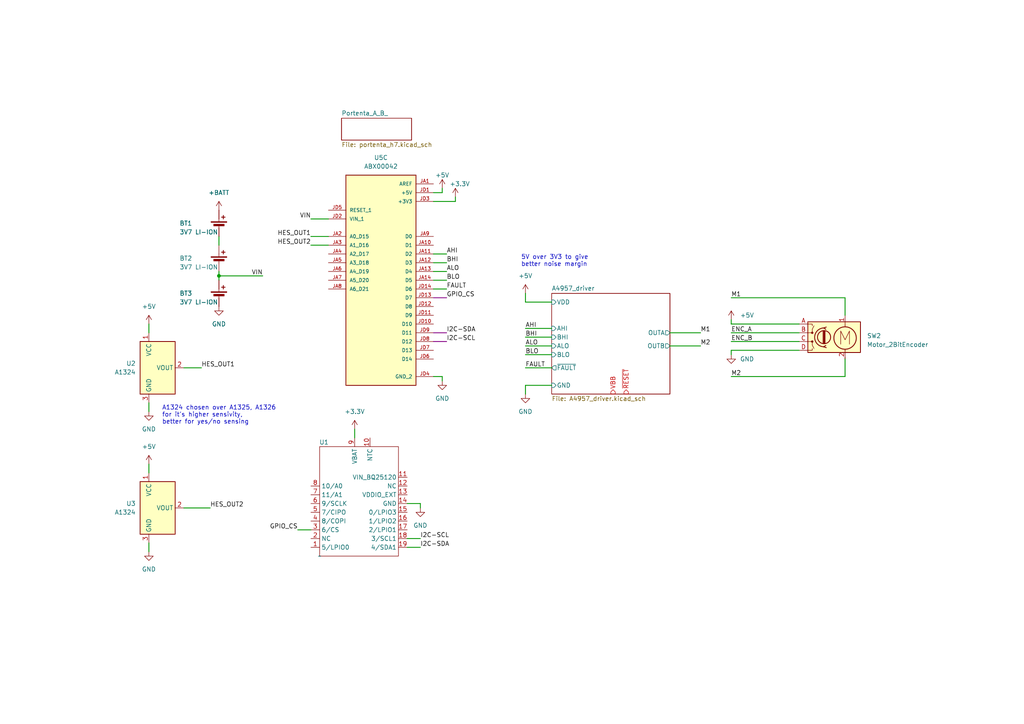
<source format=kicad_sch>
(kicad_sch (version 20230121) (generator eeschema)
  (paper "A4")
  (lib_symbols
    (symbol "DMATS_capstone:ABX00042" (pin_names (offset 1.016))
      (property "Reference" "U" (at -20.32 52.07 0))
      (property "Value" "ABX00042" (at -20.32 -53.34 0))
      (symbol "ABX00042_1_0"
        (rectangle (start -20.32 50.8) (end 20.32 -50.8) (stroke (width 0.254)) (fill (type background)))
        (pin input line (at -25.4 38.1 0) (length 5.08) (name "ETH_A+") (number "J1_1"))
        (pin bidirectional line (at 25.4 38.1 180) (length 5.08) (name "DSI_D1+") (number "J1_10"))
        (pin no_connect line (at 25.4 -43.18 180) (length 5.08) (name "NC") (number "J1_11"))
        (pin bidirectional line (at 25.4 35.56 180) (length 5.08) (name "DSI_D1-") (number "J1_12"))
        (pin no_connect line (at 25.4 -43.18 180) (length 5.08) (name "NC") (number "J1_13"))
        (pin bidirectional line (at 25.4 33.02 180) (length 5.08) (name "DSI_D0+") (number "J1_14"))
        (pin no_connect line (at 25.4 -43.18 180) (length 5.08) (name "NC") (number "J1_15"))
        (pin bidirectional line (at 25.4 30.48 180) (length 5.08) (name "DSI_D0-") (number "J1_16"))
        (pin output line (at -25.4 27.94 0) (length 5.08) (name "ETH_L1") (number "J1_17"))
        (pin bidirectional line (at 25.4 27.94 180) (length 5.08) (name "DSI_CK+") (number "J1_18"))
        (pin output line (at -25.4 25.4 0) (length 5.08) (name "ETH_L2") (number "J1_19"))
        (pin no_connect line (at 25.4 -43.18 180) (length 5.08) (name "NC") (number "J1_2"))
        (pin bidirectional line (at 25.4 25.4 180) (length 5.08) (name "DSI_CK-") (number "J1_20"))
        (pin input line (at -25.4 43.18 0) (length 5.08) (name "VIN") (number "J1_21"))
        (pin power_in line (at 25.4 -48.26 180) (length 5.08) (name "GND") (number "J1_22"))
        (pin power_in line (at -25.4 20.32 0) (length 5.08) (name "USB1_VBUS") (number "J1_23"))
        (pin no_connect line (at 25.4 -43.18 180) (length 5.08) (name "NC") (number "J1_24"))
        (pin bidirectional line (at -25.4 17.78 0) (length 5.08) (name "USB1_D+") (number "J1_25"))
        (pin bidirectional line (at 25.4 20.32 180) (length 5.08) (name "USB0_D+") (number "J1_26"))
        (pin bidirectional line (at -25.4 15.24 0) (length 5.08) (name "USB1_D-") (number "J1_27"))
        (pin bidirectional line (at 25.4 17.78 180) (length 5.08) (name "USB0_D-") (number "J1_28"))
        (pin bidirectional line (at -25.4 12.7 0) (length 5.08) (name "USB1_ID") (number "J1_29"))
        (pin input line (at -25.4 35.56 0) (length 5.08) (name "ETH_A-") (number "J1_3"))
        (pin no_connect line (at 25.4 -43.18 180) (length 5.08) (name "NC") (number "J1_30"))
        (pin power_in line (at 25.4 -48.26 180) (length 5.08) (name "GND") (number "J1_31"))
        (pin input line (at -25.4 43.18 0) (length 5.08) (name "VIN") (number "J1_32"))
        (pin output line (at -25.4 7.62 0) (length 5.08) (name "UART1_TX") (number "J1_33"))
        (pin output line (at 25.4 7.62 180) (length 5.08) (name "UART0_TX") (number "J1_34"))
        (pin input line (at -25.4 5.08 0) (length 5.08) (name "UART1_RX") (number "J1_35"))
        (pin input line (at 25.4 5.08 180) (length 5.08) (name "UART0_RX") (number "J1_36"))
        (pin bidirectional line (at -25.4 2.54 0) (length 5.08) (name "UART1_RTS") (number "J1_37"))
        (pin bidirectional line (at 25.4 2.54 180) (length 5.08) (name "UART0_RTS") (number "J1_38"))
        (pin bidirectional line (at -25.4 0 0) (length 5.08) (name "UART1_CTS") (number "J1_39"))
        (pin no_connect line (at 25.4 -43.18 180) (length 5.08) (name "NC") (number "J1_4"))
        (pin bidirectional line (at 25.4 0 180) (length 5.08) (name "UART0_CTS") (number "J1_40"))
        (pin input line (at -25.4 43.18 0) (length 5.08) (name "VIN") (number "J1_41"))
        (pin power_in line (at 25.4 -48.26 180) (length 5.08) (name "GND") (number "J1_42"))
        (pin bidirectional line (at -25.4 -5.08 0) (length 5.08) (name "I2C1_SDA") (number "J1_43"))
        (pin bidirectional line (at 25.4 -5.08 180) (length 5.08) (name "I2C0_SDA") (number "J1_44"))
        (pin input line (at -25.4 -7.62 0) (length 5.08) (name "I2C1_SCL") (number "J1_45"))
        (pin input line (at 25.4 -7.62 180) (length 5.08) (name "I2C0_SCL") (number "J1_46"))
        (pin power_in line (at 25.4 -48.26 180) (length 5.08) (name "GND") (number "J1_47"))
        (pin input line (at -25.4 43.18 0) (length 5.08) (name "VIN") (number "J1_48"))
        (pin output line (at -25.4 -12.7 0) (length 5.08) (name "CAN1_TX") (number "J1_49"))
        (pin input line (at -25.4 33.02 0) (length 5.08) (name "ETH_B+") (number "J1_5"))
        (pin no_connect line (at 25.4 -43.18 180) (length 5.08) (name "NC") (number "J1_50"))
        (pin input line (at -25.4 -15.24 0) (length 5.08) (name "CAN1_RX") (number "J1_51"))
        (pin no_connect line (at 25.4 -43.18 180) (length 5.08) (name "NC") (number "J1_52"))
        (pin power_in line (at 25.4 45.72 180) (length 5.08) (name "VSYS") (number "J1_53"))
        (pin power_in line (at 25.4 -48.26 180) (length 5.08) (name "GND") (number "J1_54"))
        (pin input line (at -25.4 -20.32 0) (length 5.08) (name "SDC_CLK") (number "J1_55"))
        (pin bidirectional line (at 25.4 -20.32 180) (length 5.08) (name "I2S_MCK") (number "J1_56"))
        (pin input line (at -25.4 -22.86 0) (length 5.08) (name "SDC_CMD") (number "J1_57"))
        (pin bidirectional line (at 25.4 -22.86 180) (length 5.08) (name "I2S_WS") (number "J1_58"))
        (pin bidirectional line (at -25.4 -25.4 0) (length 5.08) (name "SDC_D0") (number "J1_59"))
        (pin no_connect line (at 25.4 -43.18 180) (length 5.08) (name "NC") (number "J1_6"))
        (pin input line (at 25.4 -25.4 180) (length 5.08) (name "I2S_DI") (number "J1_60"))
        (pin bidirectional line (at -25.4 -27.94 0) (length 5.08) (name "SDC_D1") (number "J1_61"))
        (pin output line (at 25.4 -27.94 180) (length 5.08) (name "I2S_DO") (number "J1_62"))
        (pin bidirectional line (at -25.4 -30.48 0) (length 5.08) (name "SDC_D2") (number "J1_63"))
        (pin power_in line (at 25.4 45.72 180) (length 5.08) (name "VSYS") (number "J1_64"))
        (pin bidirectional line (at -25.4 -33.02 0) (length 5.08) (name "SDC_D3") (number "J1_65"))
        (pin bidirectional line (at 25.4 -33.02 180) (length 5.08) (name "DMIC_CK") (number "J1_66"))
        (pin no_connect line (at 25.4 -43.18 180) (length 5.08) (name "NC") (number "J1_67"))
        (pin bidirectional line (at 25.4 -35.56 180) (length 5.08) (name "DMIC_D0") (number "J1_68"))
        (pin no_connect line (at 25.4 -43.18 180) (length 5.08) (name "NC") (number "J1_69"))
        (pin input line (at -25.4 30.48 0) (length 5.08) (name "ETH_B-") (number "J1_7"))
        (pin no_connect line (at 25.4 -43.18 180) (length 5.08) (name "NC") (number "J1_70"))
        (pin no_connect line (at 25.4 -43.18 180) (length 5.08) (name "NC") (number "J1_71"))
        (pin power_in line (at 25.4 48.26 180) (length 5.08) (name "V-SDCARD") (number "J1_72"))
        (pin input line (at -25.4 -38.1 0) (length 5.08) (name "~{RESET}") (number "J1_73"))
        (pin no_connect line (at 25.4 -43.18 180) (length 5.08) (name "NC") (number "J1_74"))
        (pin bidirectional line (at -25.4 -40.64 0) (length 5.08) (name "SWDIO") (number "J1_75"))
        (pin no_connect line (at 25.4 -43.18 180) (length 5.08) (name "NC") (number "J1_76"))
        (pin input line (at -25.4 -43.18 0) (length 5.08) (name "SWCK") (number "J1_77"))
        (pin no_connect line (at 25.4 -43.18 180) (length 5.08) (name "NC") (number "J1_78"))
        (pin output line (at -25.4 -45.72 0) (length 5.08) (name "SWO") (number "J1_79"))
        (pin no_connect line (at 25.4 -43.18 180) (length 5.08) (name "NC") (number "J1_8"))
        (pin no_connect line (at 25.4 -43.18 180) (length 5.08) (name "NC") (number "J1_80"))
        (pin no_connect line (at 25.4 -43.18 180) (length 5.08) (name "NC") (number "J1_9"))
      )
      (symbol "ABX00042_2_0"
        (rectangle (start -20.32 -48.26) (end 20.32 48.26) (stroke (width 0.254)) (fill (type background)))
        (pin input line (at -25.4 38.1 0) (length 5.08) (name "FORCE_BOOTLOADER") (number "J2_1"))
        (pin bidirectional line (at 25.4 27.94 180) (length 5.08) (name "CAM_D3") (number "J2_10"))
        (pin no_connect line (at 25.4 -40.64 180) (length 5.08) (name "NC_1") (number "J2_11"))
        (pin bidirectional line (at 25.4 25.4 180) (length 5.08) (name "CAM_D2") (number "J2_12"))
        (pin no_connect line (at 25.4 -40.64 180) (length 5.08) (name "NC_1") (number "J2_13"))
        (pin bidirectional line (at 25.4 22.86 180) (length 5.08) (name "CAM_D1") (number "J2_14"))
        (pin no_connect line (at 25.4 -40.64 180) (length 5.08) (name "NC_1") (number "J2_15"))
        (pin bidirectional line (at 25.4 20.32 180) (length 5.08) (name "CAM_D0") (number "J2_16"))
        (pin no_connect line (at 25.4 -40.64 180) (length 5.08) (name "NC_1") (number "J2_17"))
        (pin bidirectional line (at 25.4 17.78 180) (length 5.08) (name "CAM_VS") (number "J2_18"))
        (pin no_connect line (at 25.4 -40.64 180) (length 5.08) (name "NC_1") (number "J2_19"))
        (pin bidirectional line (at 25.4 38.1 180) (length 5.08) (name "CAM_D7") (number "J2_2"))
        (pin bidirectional line (at 25.4 15.24 180) (length 5.08) (name "CAM_CLK") (number "J2_20"))
        (pin no_connect line (at 25.4 -40.64 180) (length 5.08) (name "NC_1") (number "J2_21"))
        (pin bidirectional line (at 25.4 12.7 180) (length 5.08) (name "CAM_HS") (number "J2_22"))
        (pin power_in line (at 25.4 43.18 180) (length 5.08) (name "VCC/+3V3") (number "J2_23"))
        (pin power_in line (at 25.4 -45.72 180) (length 5.08) (name "GND_1") (number "J2_24"))
        (pin output line (at -25.4 25.4 0) (length 5.08) (name "UART3_TX") (number "J2_25"))
        (pin output line (at 25.4 7.62 180) (length 5.08) (name "UART2_TX") (number "J2_26"))
        (pin input line (at -25.4 22.86 0) (length 5.08) (name "UART3_RX") (number "J2_27"))
        (pin input line (at 25.4 5.08 180) (length 5.08) (name "UART2_RX") (number "J2_28"))
        (pin no_connect line (at 25.4 -40.64 180) (length 5.08) (name "NC_1") (number "J2_29"))
        (pin input line (at -25.4 35.56 0) (length 5.08) (name "BOOT_SOURCE") (number "J2_3"))
        (pin no_connect line (at 25.4 -40.64 180) (length 5.08) (name "NC_1") (number "J2_30"))
        (pin no_connect line (at 25.4 -40.64 180) (length 5.08) (name "NC_1") (number "J2_31"))
        (pin no_connect line (at 25.4 -40.64 180) (length 5.08) (name "NC_1") (number "J2_32"))
        (pin power_in line (at 25.4 -45.72 180) (length 5.08) (name "GND_1") (number "J2_33"))
        (pin power_in line (at 25.4 45.72 180) (length 5.08) (name "VCC") (number "J2_34"))
        (pin no_connect line (at 25.4 -40.64 180) (length 5.08) (name "NC_1") (number "J2_35"))
        (pin input line (at 25.4 0 180) (length 5.08) (name "SPI1_CS") (number "J2_36"))
        (pin no_connect line (at 25.4 -40.64 180) (length 5.08) (name "NC_1") (number "J2_37"))
        (pin input line (at 25.4 -2.54 180) (length 5.08) (name "SPI1_CK") (number "J2_38"))
        (pin no_connect line (at 25.4 -40.64 180) (length 5.08) (name "NC_1") (number "J2_39"))
        (pin bidirectional line (at 25.4 35.56 180) (length 5.08) (name "CAM_D6") (number "J2_4"))
        (pin output line (at 25.4 -5.08 180) (length 5.08) (name "SPI1_MISO") (number "J2_40"))
        (pin no_connect line (at 25.4 -40.64 180) (length 5.08) (name "NC_1") (number "J2_41"))
        (pin input line (at 25.4 -7.62 180) (length 5.08) (name "SPI1_MOSI") (number "J2_42"))
        (pin power_in line (at 25.4 43.18 180) (length 5.08) (name "VCC/+3V3") (number "J2_43"))
        (pin power_in line (at 25.4 -45.72 180) (length 5.08) (name "GND_1") (number "J2_44"))
        (pin bidirectional line (at -25.4 17.78 0) (length 5.08) (name "I2C2_SDA") (number "J2_45"))
        (pin bidirectional line (at -25.4 -27.94 0) (length 5.08) (name "GPIO_0") (number "J2_46"))
        (pin input line (at -25.4 15.24 0) (length 5.08) (name "I2C2_SCL") (number "J2_47"))
        (pin bidirectional line (at -25.4 -30.48 0) (length 5.08) (name "GPIO_1") (number "J2_48"))
        (pin input line (at -25.4 10.16 0) (length 5.08) (name "SAI_CK") (number "J2_49"))
        (pin input line (at -25.4 33.02 0) (length 5.08) (name "POWER_ON_REQ") (number "J2_5"))
        (pin bidirectional line (at -25.4 -33.02 0) (length 5.08) (name "GPIO_2") (number "J2_50"))
        (pin bidirectional line (at -25.4 7.62 0) (length 5.08) (name "SAI_FS") (number "J2_51"))
        (pin bidirectional line (at -25.4 -35.56 0) (length 5.08) (name "GPIO_3") (number "J2_52"))
        (pin bidirectional line (at -25.4 5.08 0) (length 5.08) (name "SAI_D0") (number "J2_53"))
        (pin bidirectional line (at -25.4 -38.1 0) (length 5.08) (name "GPIO_4") (number "J2_54"))
        (pin no_connect line (at 25.4 -40.64 180) (length 5.08) (name "NC_1") (number "J2_55"))
        (pin bidirectional line (at -25.4 -40.64 0) (length 5.08) (name "GPIO_5") (number "J2_56"))
        (pin power_in line (at 25.4 -45.72 180) (length 5.08) (name "GND_1") (number "J2_57"))
        (pin bidirectional line (at -25.4 -43.18 0) (length 5.08) (name "GPIO_6") (number "J2_58"))
        (pin bidirectional line (at 25.4 -12.7 180) (length 5.08) (name "PWM_1") (number "J2_59"))
        (pin bidirectional line (at 25.4 33.02 180) (length 5.08) (name "CAM_D5") (number "J2_6"))
        (pin bidirectional line (at 25.4 -25.4 180) (length 5.08) (name "PWM_6") (number "J2_60"))
        (pin bidirectional line (at 25.4 -15.24 180) (length 5.08) (name "PWM_2") (number "J2_61"))
        (pin bidirectional line (at 25.4 -27.94 180) (length 5.08) (name "PWM_7") (number "J2_62"))
        (pin bidirectional line (at 25.4 -17.78 180) (length 5.08) (name "PWM_3") (number "J2_63"))
        (pin bidirectional line (at 25.4 -30.48 180) (length 5.08) (name "PWM_8") (number "J2_64"))
        (pin bidirectional line (at 25.4 -20.32 180) (length 5.08) (name "PWM_4") (number "J2_65"))
        (pin bidirectional line (at 25.4 -33.02 180) (length 5.08) (name "PWM_9") (number "J2_66"))
        (pin bidirectional line (at 25.4 -22.86 180) (length 5.08) (name "PWM_5") (number "J2_67"))
        (pin bidirectional line (at 25.4 -35.56 180) (length 5.08) (name "PWM_10") (number "J2_68"))
        (pin power_in line (at 25.4 43.18 180) (length 5.08) (name "VCC/+3V3") (number "J2_69"))
        (pin input line (at -25.4 30.48 0) (length 5.08) (name "COINCELL") (number "J2_7"))
        (pin power_in line (at 25.4 -45.72 180) (length 5.08) (name "GND_1") (number "J2_70"))
        (pin input line (at -25.4 0 0) (length 5.08) (name "ADC_VREF+") (number "J2_71"))
        (pin input line (at -25.4 -2.54 0) (length 5.08) (name "ADC_VREF-") (number "J2_72"))
        (pin input line (at -25.4 -5.08 0) (length 5.08) (name "ADC_A0") (number "J2_73"))
        (pin input line (at -25.4 -15.24 0) (length 5.08) (name "ADC_A4") (number "J2_74"))
        (pin input line (at -25.4 -7.62 0) (length 5.08) (name "ADC_A1") (number "J2_75"))
        (pin input line (at -25.4 -17.78 0) (length 5.08) (name "ADC_A5") (number "J2_76"))
        (pin input line (at -25.4 -10.16 0) (length 5.08) (name "ADC_A2") (number "J2_77"))
        (pin input line (at -25.4 -20.32 0) (length 5.08) (name "ADC_A6") (number "J2_78"))
        (pin input line (at -25.4 -12.7 0) (length 5.08) (name "ADC_A3") (number "J2_79"))
        (pin bidirectional line (at 25.4 30.48 180) (length 5.08) (name "CAM_D4") (number "J2_8"))
        (pin input line (at -25.4 -22.86 0) (length 5.08) (name "ADC_A7") (number "J2_80"))
        (pin no_connect line (at 25.4 -40.64 180) (length 5.08) (name "NC_1") (number "J2_9"))
      )
      (symbol "ABX00042_3_0"
        (rectangle (start -10.16 -30.48) (end 10.16 30.48) (stroke (width 0.254)) (fill (type background)))
        (pin power_in line (at 15.24 27.94 180) (length 5.08) (name "AREF") (number "JA1"))
        (pin bidirectional line (at 15.24 10.16 180) (length 5.08) (name "D1") (number "JA10"))
        (pin bidirectional line (at 15.24 7.62 180) (length 5.08) (name "D2") (number "JA11"))
        (pin bidirectional line (at 15.24 5.08 180) (length 5.08) (name "D3") (number "JA12"))
        (pin bidirectional line (at 15.24 2.54 180) (length 5.08) (name "D4") (number "JA13"))
        (pin bidirectional line (at 15.24 0 180) (length 5.08) (name "D5") (number "JA14"))
        (pin bidirectional line (at -15.24 12.7 0) (length 5.08) (name "A0_D15") (number "JA2"))
        (pin bidirectional line (at -15.24 10.16 0) (length 5.08) (name "A1_D16") (number "JA3"))
        (pin bidirectional line (at -15.24 7.62 0) (length 5.08) (name "A2_D17") (number "JA4"))
        (pin bidirectional line (at -15.24 5.08 0) (length 5.08) (name "A3_D18") (number "JA5"))
        (pin bidirectional line (at -15.24 2.54 0) (length 5.08) (name "A4_D19") (number "JA6"))
        (pin bidirectional line (at -15.24 0 0) (length 5.08) (name "A5_D20") (number "JA7"))
        (pin bidirectional line (at -15.24 -2.54 0) (length 5.08) (name "A6_D21") (number "JA8"))
        (pin bidirectional line (at 15.24 12.7 180) (length 5.08) (name "D0") (number "JA9"))
        (pin power_in line (at 15.24 25.4 180) (length 5.08) (name "+5V") (number "JD1"))
        (pin bidirectional line (at 15.24 -12.7 180) (length 5.08) (name "D10") (number "JD10"))
        (pin bidirectional line (at 15.24 -10.16 180) (length 5.08) (name "D9") (number "JD11"))
        (pin bidirectional line (at 15.24 -7.62 180) (length 5.08) (name "D8") (number "JD12"))
        (pin bidirectional line (at 15.24 -5.08 180) (length 5.08) (name "D7") (number "JD13"))
        (pin bidirectional line (at 15.24 -2.54 180) (length 5.08) (name "D6") (number "JD14"))
        (pin input line (at -15.24 17.78 0) (length 5.08) (name "VIN_1") (number "JD2"))
        (pin power_in line (at 15.24 22.86 180) (length 5.08) (name "+3V3") (number "JD3"))
        (pin power_in line (at 15.24 -27.94 180) (length 5.08) (name "GND_2") (number "JD4"))
        (pin input line (at -15.24 20.32 0) (length 5.08) (name "RESET_1") (number "JD5"))
        (pin bidirectional line (at 15.24 -22.86 180) (length 5.08) (name "D14") (number "JD6"))
        (pin bidirectional line (at 15.24 -20.32 180) (length 5.08) (name "D13") (number "JD7"))
        (pin bidirectional line (at 15.24 -17.78 180) (length 5.08) (name "D12") (number "JD8"))
        (pin bidirectional line (at 15.24 -15.24 180) (length 5.08) (name "D11") (number "JD9"))
      )
    )
    (symbol "DMATS_capstone:Motor_2BitEncoder" (pin_names (offset 0.254) hide)
      (property "Reference" "SW1" (at -5.08 6.35 0))
      (property "Value" "Motor_2BitEncoder" (at -14.605 -6.985 0))
      (symbol "Motor_2BitEncoder_0_0"
        (polyline (pts (xy 4.445 -2.032) (xy 4.445 1.778) (xy 5.715 -0.762) (xy 6.985 1.778) (xy 6.985 -2.032)))
      )
      (symbol "Motor_2BitEncoder_0_1"
        (rectangle (start -5.08 4.445) (end 10.16 -4.445) (stroke (width 0.254)) (fill (type background)))
        (circle (center -3.81 -1.27) (radius 0.254) (fill (type outline)))
        (circle (center -3.81 1.27) (radius 0.254) (fill (type outline)))
        (circle (center -0.381 0) (radius 1.905) (stroke (width 0.254)))
        (arc (start -0.381 2.667) (mid -3.0988 -0.0635) (end -0.381 -2.794) (stroke (width 0.254)))
        (polyline (pts (xy -0.635 -1.778) (xy -0.635 1.778)) (stroke (width 0.254)))
        (polyline (pts (xy -0.381 -1.778) (xy -0.381 1.778)) (stroke (width 0.254)))
        (polyline (pts (xy -0.127 1.778) (xy -0.127 -1.778)) (stroke (width 0.254)))
        (polyline (pts (xy 5.715 -6.35) (xy 5.715 -5.842)))
        (polyline (pts (xy 5.715 -3.5052) (xy 5.715 -3.9116)))
        (polyline (pts (xy 5.715 2.9972) (xy 5.715 3.3528)))
        (polyline (pts (xy 5.715 3.302) (xy 5.715 3.81)))
        (polyline (pts (xy -5.08 -3.81) (xy -3.81 -3.81) (xy -3.81 -3.302)))
        (polyline (pts (xy -5.08 3.81) (xy -3.81 3.81) (xy -3.81 3.302)))
        (polyline (pts (xy 0.254 -3.048) (xy -0.508 -2.794) (xy 0.127 -2.413)) (stroke (width 0.254)))
        (polyline (pts (xy 0.254 2.921) (xy -0.508 2.667) (xy 0.127 2.286)) (stroke (width 0.254)))
        (polyline (pts (xy -5.08 -1.27) (xy -3.81 -1.27) (xy -3.81 -2.286) (xy -3.302 -3.302)))
        (polyline (pts (xy -5.08 1.27) (xy -3.81 1.27) (xy -3.81 2.286) (xy -3.302 3.302)))
        (circle (center 5.715 -0.254) (radius 3.2512) (stroke (width 0.254)))
      )
      (symbol "Motor_2BitEncoder_1_1"
        (pin passive line (at 5.715 6.35 270) (length 2.54) (name "+") (number "1"))
        (pin passive line (at 5.715 -6.35 90) (length 2.54) (name "-") (number "2"))
        (pin passive line (at -7.62 3.81 0) (length 2.54) (name "VCC") (number "A"))
        (pin passive line (at -7.62 1.27 0) (length 2.54) (name "C2") (number "B"))
        (pin passive line (at -7.62 -1.27 0) (length 2.54) (name "C1") (number "C"))
        (pin passive line (at -7.62 -3.81 0) (length 2.54) (name "GND") (number "D"))
      )
    )
    (symbol "DMATS_capstone:Nicla_Sense_ME"
      (property "Reference" "U" (at 1.27 32.385 0))
      (symbol "Nicla_Sense_ME_0_1"
        (rectangle (start 0 31.75) (end 22.86 0))
      )
      (symbol "Nicla_Sense_ME_1_1"
        (pin bidirectional line (at -2.54 2.54 0) (length 2.54) (name "5/LPIO0") (number "1"))
        (pin input line (at 14.605 34.29 270) (length 2.54) (name "NTC") (number "10"))
        (pin power_in line (at 25.4 22.86 180) (length 2.54) (name "VIN_BQ25120") (number "11"))
        (pin bidirectional line (at 25.4 20.32 180) (length 2.54) (name "NC") (number "12"))
        (pin power_out line (at 25.4 17.78 180) (length 2.54) (name "VDDIO_EXT") (number "13"))
        (pin passive line (at 25.4 15.24 180) (length 2.54) (name "GND") (number "14"))
        (pin bidirectional line (at 25.4 12.7 180) (length 2.54) (name "0/LPIO3") (number "15"))
        (pin bidirectional line (at 25.4 10.16 180) (length 2.54) (name "1/LPIO2") (number "16"))
        (pin bidirectional line (at 25.4 7.62 180) (length 2.54) (name "2/LPIO1") (number "17"))
        (pin bidirectional line (at 25.4 5.08 180) (length 2.54) (name "3/SCL1") (number "18"))
        (pin bidirectional line (at 25.4 2.54 180) (length 2.54) (name "4/SDA1") (number "19"))
        (pin bidirectional line (at -2.54 5.08 0) (length 2.54) (name "NC") (number "2"))
        (pin bidirectional line (at -2.54 7.62 0) (length 2.54) (name "6/CS") (number "3"))
        (pin bidirectional line (at -2.54 10.16 0) (length 2.54) (name "8/COPI") (number "4"))
        (pin bidirectional line (at -2.54 12.7 0) (length 2.54) (name "7/CIPO") (number "5"))
        (pin bidirectional line (at -2.54 15.24 0) (length 2.54) (name "9/SCLK") (number "6"))
        (pin bidirectional line (at -2.54 17.78 0) (length 2.54) (name "11/A1") (number "7"))
        (pin bidirectional line (at -2.54 20.32 0) (length 2.54) (name "10/A0") (number "8"))
        (pin power_in line (at 10.16 34.29 270) (length 2.54) (name "VBAT") (number "9"))
      )
    )
    (symbol "Device:Battery_Cell" (pin_numbers hide) (pin_names (offset 0) hide)
      (property "Reference" "BT" (at 2.54 2.54 0))
      (property "Value" "Battery_Cell" (at 2.54 0 0))
      (symbol "Battery_Cell_0_1"
        (rectangle (start -2.286 1.778) (end 2.286 1.524) (fill (type outline)))
        (rectangle (start -1.524 1.016) (end 1.524 0.508) (fill (type outline)))
        (polyline (pts (xy 0 0.762) (xy 0 0)))
        (polyline (pts (xy 0 1.778) (xy 0 2.54)))
        (polyline (pts (xy 0.762 3.048) (xy 1.778 3.048)) (stroke (width 0.254)))
        (polyline (pts (xy 1.27 3.556) (xy 1.27 2.54)) (stroke (width 0.254)))
      )
      (symbol "Battery_Cell_1_1"
        (pin passive line (at 0 5.08 270) (length 2.54) (name "+") (number "1"))
        (pin passive line (at 0 -2.54 90) (length 2.54) (name "-") (number "2"))
      )
    )
    (symbol "custom:A132x"
      (property "Reference" "U" (at 0 11.43 0))
      (property "Value" "A1324-5-6" (at 0 8.89 0))
      (symbol "A132x_0_1"
        (rectangle (start -5.08 7.62) (end 5.08 -7.62) (stroke (width 0.254)) (fill (type background)))
      )
      (symbol "A132x_1_1"
        (pin power_in line (at -2.54 10.16 270) (length 2.54) (name "VCC") (number "1"))
        (pin open_collector line (at 7.62 0 180) (length 2.54) (name "VOUT") (number "2"))
        (pin power_in line (at -2.54 -10.16 90) (length 2.54) (name "GND") (number "3"))
      )
    )
    (symbol "power:+3.3V" (power) (pin_names (offset 0))
      (property "Value" "+3.3V" (at 0 3.556 0))
      (symbol "+3.3V_0_1"
        (polyline (pts (xy -0.762 1.27) (xy 0 2.54)))
        (polyline (pts (xy 0 0) (xy 0 2.54)))
        (polyline (pts (xy 0 2.54) (xy 0.762 1.27)))
      )
      (symbol "+3.3V_1_1"
        (pin power_in line (at 0 0 90) (length 0) hide (name "+3.3V") (number "1"))
      )
    )
    (symbol "power:+5V" (power) (pin_names (offset 0))
      (property "Value" "+5V" (at 0 3.556 0))
      (symbol "+5V_0_1"
        (polyline (pts (xy -0.762 1.27) (xy 0 2.54)))
        (polyline (pts (xy 0 0) (xy 0 2.54)))
        (polyline (pts (xy 0 2.54) (xy 0.762 1.27)))
      )
      (symbol "+5V_1_1"
        (pin power_in line (at 0 0 90) (length 0) hide (name "+5V") (number "1"))
      )
    )
    (symbol "power:+BATT" (power) (pin_names (offset 0))
      (property "Value" "+BATT" (at 0 3.556 0))
      (symbol "+BATT_0_1"
        (polyline (pts (xy -0.762 1.27) (xy 0 2.54)))
        (polyline (pts (xy 0 0) (xy 0 2.54)))
        (polyline (pts (xy 0 2.54) (xy 0.762 1.27)))
      )
      (symbol "+BATT_1_1"
        (pin power_in line (at 0 0 90) (length 0) hide (name "+BATT") (number "1"))
      )
    )
    (symbol "power:GND" (power) (pin_names (offset 0))
      (property "Value" "GND" (at 0 -3.81 0))
      (symbol "GND_0_1"
        (polyline (pts (xy 0 0) (xy 0 -1.27) (xy 1.27 -1.27) (xy 0 -2.54) (xy -1.27 -1.27) (xy 0 -1.27)))
      )
      (symbol "GND_1_1"
        (pin power_in line (at 0 0 270) (length 0) hide (name "GND") (number "1"))
      )
    )
  )
  (junction (at 63.5 80.01))
  (wire (pts (xy 60.96 147.32) (xy 53.34 147.32)) (stroke (width 0.25)))
  (wire (pts (xy 121.92 156.21) (xy 118.11 156.21)) (stroke (width 0.25)))
  (wire (pts (xy 128.27 110.49) (xy 128.27 109.22)) (stroke (width 0.25)))
  (wire (pts (xy 152.4 85.09) (xy 152.4 87.63)) (stroke (width 0.25)))
  (wire (pts (xy 125.73 86.36) (xy 129.54 86.36)) (stroke (width 0.25) (color 132 0 132 1)))
  (wire (pts (xy 194.31 96.52) (xy 203.2 96.52)) (stroke (width 0.25)))
  (wire (pts (xy 125.73 58.42) (xy 132.08 58.42)) (stroke (width 0.25)))
  (wire (pts (xy 129.54 99.06) (xy 125.73 99.06)) (stroke (width 0.25) (color 132 0 132 1)))
  (wire (pts (xy 212.09 92.71) (xy 212.09 93.98)) (stroke (width 0.25)))
  (wire (pts (xy 90.17 63.5) (xy 95.25 63.5)) (stroke (width 0.25)))
  (wire (pts (xy 128.27 54.61) (xy 128.27 55.88)) (stroke (width 0.25)))
  (wire (pts (xy 212.09 96.52) (xy 231.775 96.52)) (stroke (width 0.25)))
  (wire (pts (xy 152.4 87.63) (xy 160.02 87.63)) (stroke (width 0.25)))
  (wire (pts (xy 63.5 78.74) (xy 63.5 80.01)) (stroke (width 0.25)))
  (wire (pts (xy 125.73 81.28) (xy 129.54 81.28)) (stroke (width 0.25)))
  (wire (pts (xy 43.18 134.62) (xy 43.18 137.16)) (stroke (width 0.25)))
  (wire (pts (xy 152.4 95.25) (xy 160.02 95.25)) (stroke (width 0.25)))
  (wire (pts (xy 212.09 102.87) (xy 212.09 101.6)) (stroke (width 0.25)))
  (wire (pts (xy 102.87 127) (xy 102.87 124.46)) (stroke (width 0.25)))
  (wire (pts (xy 152.4 106.68) (xy 160.02 106.68)) (stroke (width 0.25)))
  (wire (pts (xy 125.73 78.74) (xy 129.54 78.74)) (stroke (width 0.25)))
  (wire (pts (xy 63.5 80.01) (xy 63.5 81.28)) (stroke (width 0.25)))
  (wire (pts (xy 212.09 93.98) (xy 231.775 93.98)) (stroke (width 0.25)))
  (wire (pts (xy 128.27 109.22) (xy 125.73 109.22)) (stroke (width 0.25)))
  (wire (pts (xy 121.92 146.05) (xy 118.11 146.05)) (stroke (width 0.25)))
  (wire (pts (xy 121.92 158.75) (xy 118.11 158.75)) (stroke (width 0.25)))
  (wire (pts (xy 152.4 102.87) (xy 160.02 102.87)) (stroke (width 0.25)))
  (wire (pts (xy 245.11 86.36) (xy 245.11 91.44)) (stroke (width 0.25)))
  (wire (pts (xy 43.18 119.38) (xy 43.18 116.84)) (stroke (width 0.25)))
  (wire (pts (xy 212.09 101.6) (xy 231.775 101.6)) (stroke (width 0.25)))
  (wire (pts (xy 212.09 109.22) (xy 245.11 109.22)) (stroke (width 0.25)))
  (wire (pts (xy 125.73 83.82) (xy 129.54 83.82)) (stroke (width 0.25)))
  (wire (pts (xy 43.18 93.98) (xy 43.18 96.52)) (stroke (width 0.25)))
  (wire (pts (xy 212.09 99.06) (xy 231.775 99.06)) (stroke (width 0.25)))
  (wire (pts (xy 90.17 71.12) (xy 95.25 71.12)) (stroke (width 0.25)))
  (wire (pts (xy 128.27 55.88) (xy 125.73 55.88)) (stroke (width 0.25)))
  (wire (pts (xy 129.54 96.52) (xy 125.73 96.52)) (stroke (width 0.25) (color 132 0 132 1)))
  (wire (pts (xy 152.4 100.33) (xy 160.02 100.33)) (stroke (width 0.25)))
  (wire (pts (xy 86.36 153.67) (xy 90.17 153.67)) (stroke (width 0.25)))
  (wire (pts (xy 194.31 100.33) (xy 203.2 100.33)) (stroke (width 0.25)))
  (wire (pts (xy 58.42 106.68) (xy 53.34 106.68)) (stroke (width 0.25)))
  (wire (pts (xy 125.73 76.2) (xy 129.54 76.2)) (stroke (width 0.25)))
  (wire (pts (xy 152.4 114.3) (xy 152.4 111.76)) (stroke (width 0.25)))
  (wire (pts (xy 245.11 109.22) (xy 245.11 104.14)) (stroke (width 0.25)))
  (wire (pts (xy 63.5 68.58) (xy 63.5 71.12)) (stroke (width 0.25)))
  (wire (pts (xy 125.73 73.66) (xy 129.54 73.66)) (stroke (width 0.25)))
  (wire (pts (xy 121.92 147.32) (xy 121.92 146.05)) (stroke (width 0.25)))
  (wire (pts (xy 152.4 111.76) (xy 160.02 111.76)) (stroke (width 0.25)))
  (wire (pts (xy 152.4 97.79) (xy 160.02 97.79)) (stroke (width 0.25)))
  (wire (pts (xy 90.17 68.58) (xy 95.25 68.58)) (stroke (width 0.25)))
  (wire (pts (xy 212.09 86.36) (xy 245.11 86.36)) (stroke (width 0.25)))
  (wire (pts (xy 132.08 58.42) (xy 132.08 57.15)) (stroke (width 0.25)))
  (wire (pts (xy 43.18 160.02) (xy 43.18 157.48)) (stroke (width 0.25)))
  (wire (pts (xy 76.2 80.01) (xy 63.5 80.01)) (stroke (width 0.25)))
  (text "5V over 3V3 to give\nbetter noise margin\n" (at 151.13 77.47 0) (effects (font (size 1.27 1.27)) (justify left bottom)))
  (text "A1324 chosen over A1325, A1326\nfor it's higher sensivity, \nbetter for yes/no sensing" (at 46.99 123.19 0) (effects (font (size 1.27 1.27)) (justify left bottom)))
  (label "BHI" (at 129.54 76.2 0))
  (label "M2" (at 212.09 109.22 0))
  (label "HES_OUT1" (at 58.42 106.68 0))
  (label "I2C-SDA" (at 129.54 96.52 0))
  (label "I2C-SCL" (at 129.54 99.06 0))
  (label "GPIO_CS" (at 129.54 86.36 0))
  (label "VIN" (at 90.17 63.5 180))
  (label "FAULT" (at 129.54 83.82 0))
  (label "HES_OUT2" (at 60.96 147.32 0))
  (label "FAULT" (at 152.4 106.68 0))
  (label "ALO" (at 152.4 100.33 0))
  (label "BLO" (at 152.4 102.87 0))
  (label "HES_OUT1" (at 90.17 68.58 180))
  (label "HES_OUT2" (at 90.17 71.12 180))
  (label "GPIO_CS" (at 86.36 153.67 180))
  (label "BLO" (at 129.54 81.28 0))
  (label "M2" (at 203.2 100.33 0))
  (label "M1" (at 212.09 86.36 0))
  (label "ENC_B" (at 212.09 99.06 0))
  (label "I2C-SCL" (at 121.92 156.21 0))
  (label "AHI" (at 129.54 73.66 0))
  (label "ALO" (at 129.54 78.74 0))
  (label "VIN" (at 76.2 80.01 180))
  (label "M1" (at 203.2 96.52 0))
  (label "ENC_A" (at 212.09 96.52 0))
  (label "I2C-SDA" (at 121.92 158.75 0))
  (label "AHI" (at 152.4 95.25 0))
  (label "BHI" (at 152.4 97.79 0))
  (symbol (lib_id "power:+5V") (at 128.27 54.61 0) (unit 1)
    (property "Reference" "#PWR014" (effects hide))
    (property "Value" "+5V" (at 128.27 50.8 0))
  )
  (symbol (lib_id "power:+3.3V") (at 102.87 124.46 0) (unit 1)
    (property "Reference" "#PWR07" (effects hide))
    (property "Value" "+3.3V" (at 102.87 119.38 0))
  )
  (symbol (lib_id "custom:A132x") (at 45.72 147.32 0) (unit 1)
    (property "Reference" "U3" (at 39.37 146.05 0) (effects (justify right)))
    (property "Value" "A1324" (at 39.37 148.59 0) (effects (justify right)))
    (property "Footprint" "Package_TH_SIP:SIP-3" (effects hide))
    (property "Datasheet" "https://www.allegromicro.com/~/media/files/datasheets/a1324-5-6-datasheet.pdf" (effects hide))
  )
  (symbol (lib_id "power:GND") (at 43.18 160.02 0) (unit 1)
    (property "Reference" "#PWR012" (effects hide))
    (property "Value" "GND" (at 43.18 165.1 0))
  )
  (symbol (lib_id "custom:A132x") (at 45.72 106.68 0) (unit 1)
    (property "Reference" "U2" (at 39.37 105.41 0) (effects (justify right)))
    (property "Value" "A1324" (at 39.37 107.95 0) (effects (justify right)))
    (property "Footprint" "Package_TH_SIP:SIP-3" (effects hide))
    (property "Datasheet" "https://www.allegromicro.com/~/media/files/datasheets/a1324-5-6-datasheet.pdf" (effects hide))
  )
  (symbol (lib_id "power:GND") (at 63.5 88.9 0) (unit 1)
    (property "Reference" "#PWR010" (effects hide))
    (property "Value" "GND" (at 63.5 93.98 0))
  )
  (symbol (lib_id "power:+5V") (at 152.4 85.09 0) (unit 1)
    (property "Reference" "#PWR01" (effects hide))
    (property "Value" "+5V" (at 152.4 80.01 0))
  )
  (symbol (lib_id "power:GND") (at 121.92 147.32 0) (mirror y) (unit 1)
    (property "Reference" "#PWR08" (effects hide))
    (property "Value" "GND" (at 121.92 152.4 0))
  )
  (symbol (lib_id "DMATS_capstone:Nicla_Sense_ME") (at 92.71 161.29 0) (unit 1)
    (property "Reference" "U1" (at 93.98 128.27 0))
    (property "Value" "~" (at 92.71 161.29 0))
    (property "Footprint" "DMATS_capstone:ARDUINO_NICLA" (effects hide))
  )
  (symbol (lib_id "power:GND") (at 152.4 114.3 0) (unit 1)
    (property "Reference" "#PWR03" (effects hide))
    (property "Value" "GND" (at 152.4 119.38 0))
  )
  (symbol (lib_id "power:GND") (at 43.18 119.38 0) (unit 1)
    (property "Reference" "#PWR06" (effects hide))
    (property "Value" "GND" (at 43.18 124.46 0))
  )
  (symbol (lib_id "Device:Battery_Cell") (at 63.5 86.36 0) (unit 1)
    (property "Reference" "BT3" (at 52.07 85.09 0) (effects (justify left)))
    (property "Value" "3V7 LI-ION" (at 52.07 87.63 0) (effects (justify left)))
  )
  (symbol (lib_id "power:+5V") (at 43.18 134.62 0) (unit 1)
    (property "Reference" "#PWR09" (effects hide))
    (property "Value" "+5V" (at 43.18 129.54 0))
  )
  (symbol (lib_id "DMATS_capstone:Motor_2BitEncoder") (at 239.395 97.79 0) (unit 1)
    (property "Reference" "SW2" (at 251.46 97.409 0) (effects (justify left)))
    (property "Value" "Motor_2BitEncoder" (at 251.46 99.949 0) (effects (justify left)))
    (property "Footprint" "Resistor_SMD:R_0603_1608Metric" (effects hide))
  )
  (symbol (lib_id "power:+BATT") (at 63.5 60.96 0) (unit 1)
    (property "Reference" "#PWR011" (effects hide))
    (property "Value" "+BATT" (at 63.5 55.88 0))
  )
  (symbol (lib_id "power:+5V") (at 212.09 92.71 0) (unit 1)
    (property "Reference" "#PWR05" (effects hide))
    (property "Value" "+5V" (at 214.63 91.44 0) (effects (justify left)))
  )
  (symbol (lib_id "DMATS_capstone:ABX00042") (at 110.49 81.28 0) (unit 3)
    (property "Reference" "U5" (at 110.49 45.72 0))
    (property "Value" "ABX00042" (at 110.49 48.26 0))
    (property "Footprint" "DMATS_capstone:MODULE_ABX00042" (effects hide))
    (property "MF" "Arduino" (effects hide))
    (property "Description" "\nDevelopment Boards & Kits - ARM Portenta H7 | Arduino ABX00042\n" (effects hide))
    (property "Package" "None" (effects hide))
    (property "Price" "None" (effects hide))
    (property "Check_prices" "https://www.snapeda.com/parts/ABX00042/Arduino/view-part/?ref=eda" (effects hide))
    (property "STANDARD" "Manufacturer Recommendations" (effects hide))
    (property "PARTREV" "2" (effects hide))
    (property "SnapEDA_Link" "https://www.snapeda.com/parts/ABX00042/Arduino/view-part/?ref=snap" (effects hide))
    (property "MP" "ABX00042" (effects hide))
    (property "Purchase-URL" "https://www.snapeda.com/api/url_track_click_mouser/?unipart_id=6801596&manufacturer=Arduino&part_name=ABX00042&search_term=None" (effects hide))
    (property "Availability" "In Stock" (effects hide))
    (property "MANUFACTURER" "Arduino" (effects hide))
  )
  (symbol (lib_id "Device:Battery_Cell") (at 63.5 66.04 0) (unit 1)
    (property "Reference" "BT1" (at 52.07 64.77 0) (effects (justify left)))
    (property "Value" "3V7 LI-ION" (at 52.07 67.31 0) (effects (justify left)))
  )
  (symbol (lib_id "power:GND") (at 128.27 110.49 0) (mirror y) (unit 1)
    (property "Reference" "#PWR015" (effects hide))
    (property "Value" "GND" (at 128.27 115.57 0))
  )
  (symbol (lib_id "power:+3.3V") (at 132.08 57.15 0) (unit 1)
    (property "Reference" "#PWR013" (effects hide))
    (property "Value" "+3.3V" (at 133.35 53.34 0))
  )
  (symbol (lib_id "power:GND") (at 212.09 102.87 0) (unit 1)
    (property "Reference" "#PWR02" (effects hide))
    (property "Value" "GND" (at 214.63 104.14 0) (effects (justify left)))
  )
  (symbol (lib_id "power:+5V") (at 43.18 93.98 0) (unit 1)
    (property "Reference" "#PWR04" (effects hide))
    (property "Value" "+5V" (at 43.18 88.9 0))
  )
  (symbol (lib_id "Device:Battery_Cell") (at 63.5 76.2 0) (unit 1)
    (property "Reference" "BT2" (at 52.07 74.93 0) (effects (justify left)))
    (property "Value" "3V7 LI-ION" (at 52.07 77.47 0) (effects (justify left)))
  )
  (sheet (at 160.02 85.09) (size 34.29 29.21) (stroke (width 0.1524))
    (property "Sheetname" "A4957_driver" (at 160.02 84.3784 0) (effects (justify left bottom)))
    (property "Sheetfile" "A4957_driver.kicad_sch" (at 160.02 114.8846 0) (effects (justify left top)))
    (pin "GND" input (at 160.02 111.76 180))
    (pin "VDD" input (at 160.02 87.63 180))
    (pin "VBB" input (at 177.8 114.3 270))
    (pin "AHI" input (at 160.02 95.25 180))
    (pin "BHI" input (at 160.02 97.79 180))
    (pin "ALO" input (at 160.02 100.33 180))
    (pin "~{RESET}" input (at 181.61 114.3 270))
    (pin "BLO" input (at 160.02 102.87 180))
    (pin "~{FAULT}" output (at 160.02 106.68 180))
    (pin "OUTB" output (at 194.31 100.33 0))
    (pin "OUTA" output (at 194.31 96.52 0))
  )
  (sheet (at 99.06 34.29) (size 20.32 6.35) (stroke (width 0.1524))
    (property "Sheetname" "Portenta_A_B_" (at 99.06 33.5784 0) (effects (justify left bottom)))
    (property "Sheetfile" "portenta_h7.kicad_sch" (at 99.06 41.2246 0) (effects (justify left top)))
  )
)
</source>
